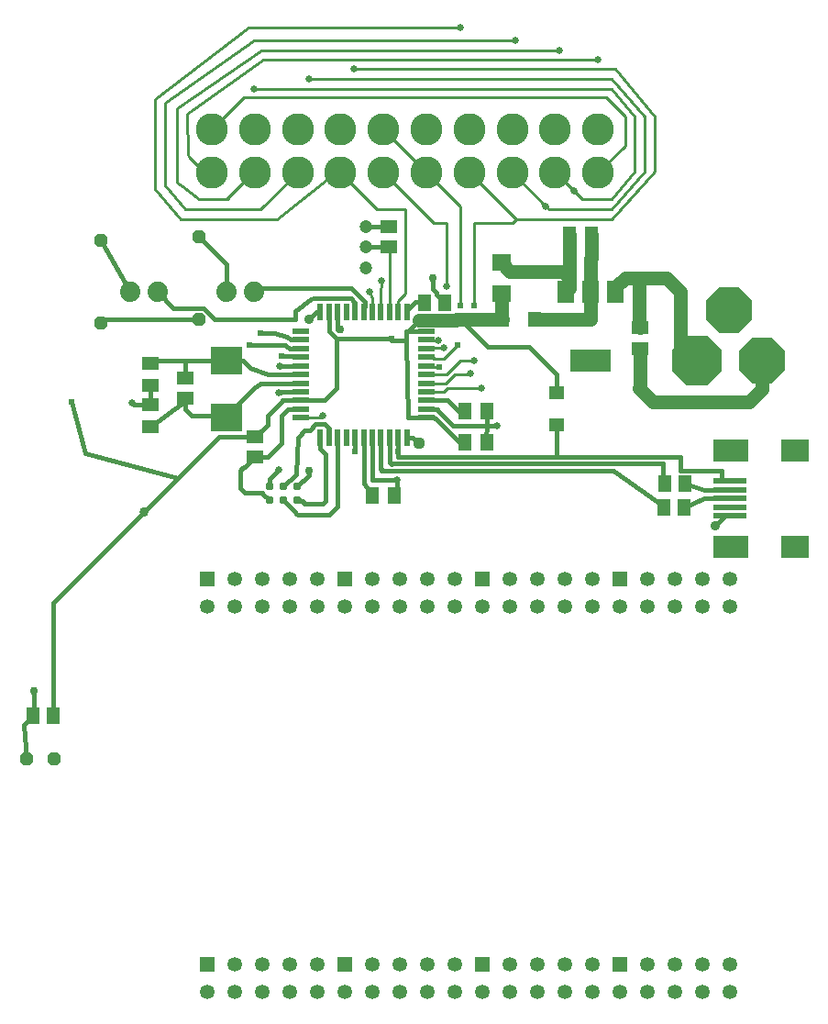
<source format=gbl>
G75*
%MOIN*%
%OFA0B0*%
%FSLAX25Y25*%
%IPPOS*%
%LPD*%
%AMOC8*
5,1,8,0,0,1.08239X$1,22.5*
%
%ADD10C,0.03100*%
%ADD11R,0.09843X0.07874*%
%ADD12R,0.12992X0.07874*%
%ADD13R,0.12205X0.01969*%
%ADD14R,0.05118X0.05906*%
%ADD15R,0.05118X0.06299*%
%ADD16R,0.01969X0.05906*%
%ADD17R,0.05906X0.01969*%
%ADD18R,0.06299X0.05118*%
%ADD19R,0.11811X0.09843*%
%ADD20R,0.05906X0.05118*%
%ADD21R,0.05900X0.07900*%
%ADD22R,0.15000X0.07900*%
%ADD23OC8,0.04800*%
%ADD24C,0.04724*%
%ADD25C,0.11700*%
%ADD26C,0.07400*%
%ADD27R,0.05315X0.05315*%
%ADD28C,0.05315*%
%ADD29OC8,0.18173*%
%ADD30OC8,0.16598*%
%ADD31R,0.07098X0.06299*%
%ADD32R,0.05512X0.04724*%
%ADD33R,0.04724X0.05512*%
%ADD34C,0.01600*%
%ADD35C,0.02578*%
%ADD36C,0.01000*%
%ADD37C,0.03562*%
%ADD38C,0.05000*%
%ADD39C,0.04429*%
%ADD40C,0.02972*%
%ADD41C,0.02400*%
%ADD42C,0.03365*%
D10*
X0150200Y0194584D03*
X0155200Y0194584D03*
X0160200Y0194584D03*
X0160200Y0199584D03*
X0155200Y0199584D03*
X0150200Y0199584D03*
D11*
X0341111Y0212904D03*
X0341111Y0177865D03*
D12*
X0317883Y0177865D03*
X0317883Y0212904D03*
D13*
X0317489Y0201684D03*
X0317489Y0198534D03*
X0317489Y0195384D03*
X0317489Y0192235D03*
X0317489Y0189085D03*
D14*
X0300940Y0192034D03*
X0293460Y0192034D03*
X0293660Y0200584D03*
X0301140Y0200584D03*
X0213840Y0266384D03*
X0206360Y0266384D03*
X0071490Y0116534D03*
X0064010Y0116534D03*
D15*
X0187563Y0196434D03*
X0195437Y0196434D03*
X0221113Y0215784D03*
X0228987Y0215784D03*
X0228987Y0226934D03*
X0221113Y0226934D03*
X0259213Y0282584D03*
X0267087Y0282584D03*
X0267087Y0290934D03*
X0259213Y0290934D03*
D16*
X0200048Y0263219D03*
X0196898Y0263219D03*
X0193749Y0263219D03*
X0190599Y0263219D03*
X0187450Y0263219D03*
X0184300Y0263219D03*
X0181150Y0263219D03*
X0178001Y0263219D03*
X0174851Y0263219D03*
X0171702Y0263219D03*
X0168552Y0263219D03*
X0168552Y0217550D03*
X0171702Y0217550D03*
X0174851Y0217550D03*
X0178001Y0217550D03*
X0181150Y0217550D03*
X0184300Y0217550D03*
X0187450Y0217550D03*
X0190599Y0217550D03*
X0193749Y0217550D03*
X0196898Y0217550D03*
X0200048Y0217550D03*
D17*
X0207135Y0224636D03*
X0207135Y0227786D03*
X0207135Y0230936D03*
X0207135Y0234085D03*
X0207135Y0237235D03*
X0207135Y0240384D03*
X0207135Y0243534D03*
X0207135Y0246684D03*
X0207135Y0249833D03*
X0207135Y0252983D03*
X0207135Y0256132D03*
X0161465Y0256132D03*
X0161465Y0252983D03*
X0161465Y0249833D03*
X0161465Y0246684D03*
X0161465Y0243534D03*
X0161465Y0240384D03*
X0161465Y0237235D03*
X0161465Y0234085D03*
X0161465Y0230936D03*
X0161465Y0227786D03*
X0161465Y0224636D03*
D18*
X0106800Y0221447D03*
X0106800Y0229321D03*
X0106800Y0236447D03*
X0106800Y0244321D03*
X0284900Y0249597D03*
X0284900Y0257471D03*
D19*
X0134300Y0245483D03*
X0134300Y0224892D03*
D20*
X0144900Y0217775D03*
X0144900Y0210294D03*
X0119300Y0231644D03*
X0119300Y0239125D03*
X0193300Y0286594D03*
X0193300Y0294075D03*
D21*
X0257900Y0270284D03*
X0266900Y0270284D03*
X0275900Y0270284D03*
D22*
X0266800Y0245484D03*
D23*
X0061900Y0100784D03*
X0071900Y0100784D03*
X0088850Y0258934D03*
X0088850Y0288934D03*
X0124300Y0290384D03*
X0124300Y0260384D03*
D24*
X0185100Y0279184D03*
X0185100Y0286684D03*
X0185100Y0294184D03*
D25*
X0191500Y0313734D03*
X0175900Y0313734D03*
X0175900Y0329334D03*
X0191500Y0329334D03*
X0207100Y0329334D03*
X0207100Y0313734D03*
X0222700Y0313734D03*
X0222700Y0329334D03*
X0238300Y0329334D03*
X0238300Y0313734D03*
X0253900Y0313734D03*
X0269500Y0313734D03*
X0269500Y0329334D03*
X0253900Y0329334D03*
X0160300Y0329334D03*
X0160300Y0313734D03*
X0144700Y0313734D03*
X0129100Y0313734D03*
X0129100Y0329334D03*
X0144700Y0329334D03*
D26*
X0144300Y0270384D03*
X0134300Y0270384D03*
X0109300Y0270384D03*
X0099300Y0270384D03*
D27*
X0127550Y0165934D03*
X0177550Y0165934D03*
X0227550Y0165934D03*
X0277550Y0165934D03*
X0277550Y0025934D03*
X0227550Y0025934D03*
X0177550Y0025934D03*
X0127550Y0025934D03*
D28*
X0127550Y0015934D03*
X0137550Y0015934D03*
X0137550Y0025934D03*
X0147550Y0025934D03*
X0147550Y0015934D03*
X0157550Y0015934D03*
X0167550Y0015934D03*
X0167550Y0025934D03*
X0157550Y0025934D03*
X0177550Y0015934D03*
X0187550Y0015934D03*
X0187550Y0025934D03*
X0197550Y0025934D03*
X0197550Y0015934D03*
X0207550Y0015934D03*
X0207550Y0025934D03*
X0217550Y0025934D03*
X0217550Y0015934D03*
X0227550Y0015934D03*
X0237550Y0015934D03*
X0247550Y0015934D03*
X0247550Y0025934D03*
X0237550Y0025934D03*
X0257550Y0025934D03*
X0257550Y0015934D03*
X0267550Y0015934D03*
X0277550Y0015934D03*
X0267550Y0025934D03*
X0287550Y0025934D03*
X0287550Y0015934D03*
X0297550Y0015934D03*
X0297550Y0025934D03*
X0307550Y0025934D03*
X0307550Y0015934D03*
X0317550Y0015934D03*
X0317550Y0025934D03*
X0317550Y0155934D03*
X0307550Y0155934D03*
X0297550Y0155934D03*
X0287550Y0155934D03*
X0277550Y0155934D03*
X0267550Y0155934D03*
X0257550Y0155934D03*
X0247550Y0155934D03*
X0237550Y0155934D03*
X0227550Y0155934D03*
X0217550Y0155934D03*
X0207550Y0155934D03*
X0197550Y0155934D03*
X0187550Y0155934D03*
X0177550Y0155934D03*
X0167550Y0155934D03*
X0157550Y0155934D03*
X0147550Y0155934D03*
X0137550Y0155934D03*
X0127550Y0155934D03*
X0137550Y0165934D03*
X0147550Y0165934D03*
X0157550Y0165934D03*
X0167550Y0165934D03*
X0187550Y0165934D03*
X0197550Y0165934D03*
X0207550Y0165934D03*
X0217550Y0165934D03*
X0237550Y0165934D03*
X0247550Y0165934D03*
X0257550Y0165934D03*
X0267550Y0165934D03*
X0287550Y0165934D03*
X0297550Y0165934D03*
X0307550Y0165934D03*
X0317550Y0165934D03*
D29*
X0305363Y0245384D03*
D30*
X0317174Y0263888D03*
X0328985Y0245384D03*
D31*
X0234300Y0269786D03*
X0234300Y0280983D03*
D32*
X0254300Y0233790D03*
X0254300Y0221979D03*
D33*
X0246456Y0260384D03*
X0234644Y0260384D03*
D34*
X0229300Y0250384D02*
X0219300Y0260384D01*
X0218279Y0260384D01*
X0213840Y0266384D02*
X0210703Y0269521D01*
X0210703Y0270076D01*
X0209300Y0271479D01*
X0209300Y0275384D01*
X0206360Y0266384D02*
X0203060Y0266644D01*
X0200048Y0263632D01*
X0200048Y0263219D01*
X0196898Y0263219D02*
X0196800Y0263219D01*
X0193800Y0263219D02*
X0193749Y0263219D01*
X0199950Y0256132D02*
X0207135Y0256132D01*
X0204517Y0259947D02*
X0204513Y0259947D01*
X0199950Y0255384D01*
X0199950Y0256132D01*
X0199950Y0255384D02*
X0199950Y0252884D01*
X0194400Y0252884D01*
X0194400Y0253534D01*
X0174300Y0253534D01*
X0174300Y0235384D01*
X0170144Y0231228D01*
X0169437Y0230936D02*
X0161465Y0230936D01*
X0154950Y0230936D01*
X0154774Y0230760D01*
X0154675Y0230760D01*
X0149300Y0225384D01*
X0149300Y0222175D01*
X0144900Y0217775D01*
X0131690Y0217775D01*
X0116800Y0202884D01*
X0083050Y0211634D01*
X0078050Y0230384D01*
X0100000Y0230234D02*
X0100620Y0229614D01*
X0101327Y0229321D02*
X0106800Y0229321D01*
X0106800Y0236447D01*
X0106800Y0244321D02*
X0107765Y0245483D01*
X0119300Y0245483D01*
X0119300Y0239125D01*
X0119300Y0245483D02*
X0134300Y0245483D01*
X0134300Y0245384D01*
X0140550Y0245384D01*
X0143050Y0242884D01*
X0149300Y0240384D01*
X0161465Y0240384D01*
X0161465Y0237235D02*
X0146800Y0237235D01*
X0144300Y0235384D01*
X0134300Y0225384D01*
X0134300Y0224892D01*
X0134300Y0225384D02*
X0121800Y0225384D01*
X0119300Y0227884D01*
X0119300Y0231644D01*
X0119300Y0230896D01*
X0106800Y0221447D01*
X0101327Y0229321D02*
X0101267Y0229323D01*
X0101206Y0229328D01*
X0101147Y0229337D01*
X0101088Y0229350D01*
X0101029Y0229366D01*
X0100972Y0229386D01*
X0100917Y0229409D01*
X0100862Y0229436D01*
X0100810Y0229465D01*
X0100759Y0229498D01*
X0100710Y0229534D01*
X0100664Y0229572D01*
X0100620Y0229614D01*
X0116800Y0202884D02*
X0104300Y0190384D01*
X0071490Y0157575D01*
X0071490Y0116534D01*
X0064300Y0116825D02*
X0064300Y0125384D01*
X0064300Y0116825D02*
X0064010Y0116534D01*
X0060650Y0113175D01*
X0061900Y0100784D01*
X0146886Y0197484D02*
X0146946Y0197482D01*
X0147007Y0197477D01*
X0147066Y0197468D01*
X0147125Y0197455D01*
X0147184Y0197439D01*
X0147241Y0197419D01*
X0147296Y0197396D01*
X0147351Y0197369D01*
X0147403Y0197340D01*
X0147454Y0197307D01*
X0147503Y0197271D01*
X0147549Y0197233D01*
X0147593Y0197191D01*
X0150200Y0194584D01*
X0146886Y0197484D02*
X0141250Y0197484D01*
X0139593Y0199141D01*
X0139300Y0199849D02*
X0139300Y0205384D01*
X0140267Y0206351D01*
X0140974Y0206644D02*
X0144900Y0210294D01*
X0144990Y0210384D01*
X0149300Y0210384D01*
X0154300Y0215384D01*
X0154300Y0225384D01*
X0156702Y0227786D01*
X0161465Y0227786D01*
X0161465Y0234085D02*
X0154565Y0234085D01*
X0153858Y0233792D02*
X0153700Y0233634D01*
X0153501Y0233833D01*
X0153858Y0233792D02*
X0153902Y0233834D01*
X0153948Y0233872D01*
X0153997Y0233908D01*
X0154048Y0233941D01*
X0154100Y0233970D01*
X0154155Y0233997D01*
X0154210Y0234020D01*
X0154267Y0234040D01*
X0154326Y0234056D01*
X0154385Y0234069D01*
X0154444Y0234078D01*
X0154505Y0234083D01*
X0154565Y0234085D01*
X0153857Y0243241D02*
X0153901Y0243283D01*
X0153947Y0243321D01*
X0153996Y0243357D01*
X0154047Y0243390D01*
X0154099Y0243419D01*
X0154154Y0243446D01*
X0154209Y0243469D01*
X0154266Y0243489D01*
X0154325Y0243505D01*
X0154384Y0243518D01*
X0154443Y0243527D01*
X0154504Y0243532D01*
X0154564Y0243534D01*
X0161465Y0243534D01*
X0161465Y0246684D02*
X0161218Y0246931D01*
X0154300Y0246931D01*
X0153700Y0243458D02*
X0153700Y0243084D01*
X0153857Y0243241D01*
X0157351Y0249833D02*
X0155940Y0251245D01*
X0142660Y0251245D01*
X0146800Y0255384D02*
X0151706Y0255479D01*
X0156610Y0254229D01*
X0157856Y0252983D01*
X0161465Y0252983D01*
X0161465Y0249833D02*
X0157351Y0249833D01*
X0159300Y0260384D02*
X0159300Y0263334D01*
X0165000Y0267684D01*
X0166078Y0267956D01*
X0179724Y0267956D01*
X0180769Y0266911D01*
X0180769Y0266765D01*
X0181200Y0266334D01*
X0181150Y0266285D01*
X0181150Y0263219D01*
X0184300Y0263219D02*
X0184300Y0264603D01*
X0184681Y0264984D01*
X0184681Y0266903D01*
X0179850Y0271734D01*
X0145650Y0271734D01*
X0144300Y0270384D01*
X0134300Y0270384D02*
X0134300Y0280384D01*
X0124300Y0290384D01*
X0109300Y0270384D02*
X0115116Y0264569D01*
X0126033Y0264569D01*
X0130217Y0260384D01*
X0159300Y0260384D01*
X0164300Y0260384D02*
X0167135Y0263219D01*
X0168552Y0263219D01*
X0171702Y0263219D02*
X0171800Y0263219D01*
X0171800Y0256034D01*
X0174300Y0253534D01*
X0175202Y0256287D02*
X0175202Y0256352D01*
X0175655Y0256804D01*
X0175202Y0256287D02*
X0174851Y0256638D01*
X0174851Y0263219D01*
X0185100Y0286684D02*
X0193300Y0286594D01*
X0193300Y0294075D02*
X0185100Y0294184D01*
X0199950Y0252884D02*
X0200625Y0224636D01*
X0207135Y0224636D01*
X0209634Y0224636D01*
X0210341Y0224343D02*
X0219300Y0215384D01*
X0219408Y0215429D02*
X0221113Y0215784D01*
X0219407Y0215429D02*
X0219389Y0215413D01*
X0219369Y0215401D01*
X0219347Y0215391D01*
X0219324Y0215386D01*
X0219300Y0215384D01*
X0216850Y0221884D02*
X0229000Y0221884D01*
X0232950Y0221884D01*
X0229000Y0221884D02*
X0228900Y0217344D01*
X0228901Y0217344D02*
X0228873Y0217259D01*
X0228849Y0217173D01*
X0228829Y0217087D01*
X0228813Y0216999D01*
X0228800Y0216911D01*
X0228792Y0216822D01*
X0228787Y0216733D01*
X0228786Y0216644D01*
X0228789Y0216555D01*
X0228796Y0216467D01*
X0228807Y0216378D01*
X0228821Y0216290D01*
X0228840Y0216203D01*
X0228862Y0216117D01*
X0228888Y0216032D01*
X0228918Y0215948D01*
X0228951Y0215865D01*
X0228988Y0215784D01*
X0229000Y0221884D02*
X0228900Y0226724D01*
X0228902Y0226757D01*
X0228907Y0226790D01*
X0228917Y0226822D01*
X0228929Y0226853D01*
X0228946Y0226882D01*
X0228965Y0226909D01*
X0228987Y0226934D01*
X0221113Y0226934D02*
X0220407Y0226228D01*
X0219700Y0225936D02*
X0214700Y0230936D01*
X0207135Y0230936D01*
X0207135Y0227786D02*
X0210434Y0227786D01*
X0211141Y0227493D02*
X0216850Y0221884D01*
X0219700Y0225936D02*
X0219760Y0225938D01*
X0219821Y0225943D01*
X0219880Y0225952D01*
X0219939Y0225965D01*
X0219998Y0225981D01*
X0220055Y0226001D01*
X0220110Y0226024D01*
X0220165Y0226051D01*
X0220217Y0226080D01*
X0220268Y0226113D01*
X0220317Y0226149D01*
X0220363Y0226187D01*
X0220407Y0226229D01*
X0211141Y0227493D02*
X0211097Y0227535D01*
X0211051Y0227573D01*
X0211002Y0227609D01*
X0210951Y0227642D01*
X0210899Y0227671D01*
X0210844Y0227698D01*
X0210789Y0227721D01*
X0210732Y0227741D01*
X0210673Y0227757D01*
X0210614Y0227770D01*
X0210555Y0227779D01*
X0210494Y0227784D01*
X0210434Y0227786D01*
X0209634Y0224636D02*
X0209694Y0224634D01*
X0209755Y0224629D01*
X0209814Y0224620D01*
X0209873Y0224607D01*
X0209932Y0224591D01*
X0209989Y0224571D01*
X0210044Y0224548D01*
X0210099Y0224521D01*
X0210151Y0224492D01*
X0210202Y0224459D01*
X0210251Y0224423D01*
X0210297Y0224385D01*
X0210341Y0224343D01*
X0202135Y0217550D02*
X0200048Y0217550D01*
X0202135Y0217550D02*
X0204300Y0215384D01*
X0196898Y0217550D02*
X0196898Y0212334D01*
X0196898Y0210569D01*
X0254300Y0210569D01*
X0254300Y0221979D01*
X0254300Y0210569D02*
X0294320Y0210569D01*
X0294505Y0210384D01*
X0299300Y0210384D01*
X0299300Y0205384D01*
X0314300Y0205384D01*
X0314300Y0201684D01*
X0317489Y0201684D01*
X0317489Y0198534D02*
X0308191Y0198534D01*
X0301140Y0200584D01*
X0293250Y0200384D02*
X0293250Y0207984D01*
X0194416Y0207984D01*
X0194300Y0207869D01*
X0193749Y0208420D01*
X0193749Y0217550D01*
X0190599Y0217550D02*
X0190599Y0206284D01*
X0190601Y0206224D01*
X0190606Y0206163D01*
X0190615Y0206104D01*
X0190628Y0206045D01*
X0190644Y0205986D01*
X0190664Y0205929D01*
X0190687Y0205874D01*
X0190714Y0205819D01*
X0190743Y0205767D01*
X0190776Y0205716D01*
X0190812Y0205667D01*
X0190850Y0205621D01*
X0190892Y0205577D01*
X0190936Y0205535D01*
X0190982Y0205497D01*
X0191031Y0205461D01*
X0191082Y0205428D01*
X0191134Y0205399D01*
X0191189Y0205372D01*
X0191244Y0205349D01*
X0191301Y0205329D01*
X0191360Y0205313D01*
X0191419Y0205300D01*
X0191478Y0205291D01*
X0191539Y0205286D01*
X0191599Y0205284D01*
X0275050Y0205284D01*
X0292050Y0193284D01*
X0293460Y0192034D01*
X0300940Y0192034D02*
X0308040Y0195384D01*
X0317489Y0195384D01*
X0319300Y0195384D01*
X0317489Y0189085D02*
X0315901Y0189085D01*
X0312150Y0185334D01*
X0293250Y0200184D02*
X0293250Y0200384D01*
X0254300Y0233790D02*
X0254300Y0240384D01*
X0244300Y0250384D01*
X0229300Y0250384D01*
X0207135Y0237384D02*
X0207135Y0237235D01*
X0187450Y0217550D02*
X0187450Y0210685D01*
X0187450Y0210684D02*
X0187450Y0201984D01*
X0196450Y0201984D01*
X0196300Y0197784D01*
X0195437Y0196434D01*
X0187563Y0196434D02*
X0184300Y0200896D01*
X0184300Y0217550D01*
X0181150Y0217550D02*
X0181150Y0212334D01*
X0181200Y0212334D01*
X0187450Y0210685D02*
X0187450Y0210685D01*
X0187450Y0210684D01*
X0174851Y0217550D02*
X0174851Y0192486D01*
X0171750Y0189384D01*
X0160400Y0189384D01*
X0159951Y0189833D01*
X0159350Y0190434D01*
X0155200Y0194584D01*
X0160200Y0194584D02*
X0161286Y0194584D01*
X0161993Y0194291D02*
X0162850Y0193434D01*
X0169300Y0193434D01*
X0170400Y0194534D01*
X0170400Y0211534D01*
X0168552Y0213382D01*
X0168552Y0217550D01*
X0168551Y0217548D01*
X0168550Y0217545D01*
X0171702Y0217550D02*
X0171702Y0220860D01*
X0170275Y0222287D01*
X0166829Y0222287D01*
X0164671Y0220129D01*
X0162961Y0220129D01*
X0161916Y0219084D01*
X0161916Y0218900D01*
X0160450Y0217434D01*
X0159850Y0204234D01*
X0155200Y0199584D01*
X0150200Y0199584D02*
X0150200Y0202384D01*
X0153400Y0205584D01*
X0160200Y0199584D02*
X0164300Y0203684D01*
X0164300Y0205384D01*
X0161286Y0194584D02*
X0161346Y0194582D01*
X0161407Y0194577D01*
X0161466Y0194568D01*
X0161525Y0194555D01*
X0161584Y0194539D01*
X0161641Y0194519D01*
X0161696Y0194496D01*
X0161751Y0194469D01*
X0161803Y0194440D01*
X0161854Y0194407D01*
X0161903Y0194371D01*
X0161949Y0194333D01*
X0161993Y0194291D01*
X0169300Y0193434D02*
X0169600Y0193434D01*
X0139593Y0199142D02*
X0139551Y0199186D01*
X0139513Y0199232D01*
X0139477Y0199281D01*
X0139444Y0199332D01*
X0139415Y0199384D01*
X0139388Y0199439D01*
X0139365Y0199494D01*
X0139345Y0199551D01*
X0139329Y0199610D01*
X0139316Y0199669D01*
X0139307Y0199728D01*
X0139302Y0199789D01*
X0139300Y0199849D01*
X0140267Y0206351D02*
X0140311Y0206393D01*
X0140357Y0206431D01*
X0140406Y0206467D01*
X0140457Y0206500D01*
X0140509Y0206529D01*
X0140564Y0206556D01*
X0140619Y0206579D01*
X0140676Y0206599D01*
X0140735Y0206615D01*
X0140794Y0206628D01*
X0140853Y0206637D01*
X0140914Y0206642D01*
X0140974Y0206644D01*
X0169437Y0230936D02*
X0169497Y0230938D01*
X0169558Y0230943D01*
X0169617Y0230952D01*
X0169676Y0230965D01*
X0169735Y0230981D01*
X0169792Y0231001D01*
X0169847Y0231024D01*
X0169902Y0231051D01*
X0169954Y0231080D01*
X0170005Y0231113D01*
X0170054Y0231149D01*
X0170100Y0231187D01*
X0170144Y0231229D01*
X0124300Y0260384D02*
X0090300Y0260384D01*
X0088850Y0258934D01*
X0099300Y0270384D02*
X0088850Y0288934D01*
D35*
X0144300Y0344034D03*
X0164300Y0347684D03*
X0180650Y0351334D03*
X0219300Y0366334D03*
X0239300Y0361884D03*
X0255500Y0358234D03*
X0269300Y0354584D03*
X0260950Y0307034D03*
X0250475Y0301559D03*
X0214300Y0272434D03*
X0211336Y0252908D03*
X0213600Y0250134D03*
X0224300Y0245384D03*
X0223050Y0240684D03*
X0227100Y0235284D03*
X0232950Y0221884D03*
X0196450Y0201984D03*
X0169300Y0225384D03*
X0153501Y0233833D03*
X0153700Y0243458D03*
X0186600Y0270384D03*
X0190650Y0274434D03*
X0153400Y0205584D03*
X0100000Y0230234D03*
D36*
X0161465Y0224636D02*
X0168552Y0224636D01*
X0169300Y0225384D01*
X0207135Y0234085D02*
X0213449Y0234085D01*
X0213600Y0233934D01*
X0214916Y0235251D01*
X0215022Y0235251D01*
X0215056Y0235284D01*
X0227100Y0235284D01*
X0222750Y0240384D02*
X0223050Y0240684D01*
X0222750Y0240384D02*
X0217350Y0240384D01*
X0214200Y0237235D01*
X0207135Y0237235D01*
X0207135Y0240384D02*
X0214300Y0240384D01*
X0219300Y0245384D01*
X0224300Y0245384D01*
X0218600Y0251084D02*
X0213600Y0246084D01*
X0209617Y0246084D01*
X0209374Y0246327D01*
X0207135Y0246684D01*
X0209374Y0246327D02*
X0210900Y0246084D01*
X0211830Y0243069D02*
X0207600Y0243069D01*
X0207135Y0243534D01*
X0207135Y0249833D02*
X0207436Y0250134D01*
X0213600Y0250134D01*
X0211336Y0252908D02*
X0210973Y0252908D01*
X0210900Y0252834D01*
X0207283Y0252834D01*
X0207135Y0252983D01*
X0196800Y0263219D02*
X0196800Y0267084D01*
X0199300Y0269584D01*
X0199300Y0300384D01*
X0189250Y0300384D01*
X0175900Y0313734D01*
X0174000Y0313734D01*
X0152950Y0296734D01*
X0117950Y0296734D01*
X0108350Y0307684D01*
X0108350Y0340384D01*
X0142400Y0366334D01*
X0219300Y0366334D01*
X0239300Y0361884D02*
X0144300Y0361884D01*
X0112000Y0339034D01*
X0112000Y0309034D01*
X0119300Y0300384D01*
X0146950Y0300384D01*
X0160300Y0313734D01*
X0144700Y0313734D02*
X0144050Y0313734D01*
X0134350Y0304034D01*
X0124300Y0304034D01*
X0118350Y0308634D01*
X0116450Y0309984D01*
X0116450Y0337134D01*
X0147000Y0358234D01*
X0255500Y0358234D01*
X0269300Y0354584D02*
X0147950Y0354584D01*
X0120250Y0334984D01*
X0120626Y0320419D01*
X0120650Y0319484D01*
X0126400Y0313734D01*
X0129100Y0313734D01*
X0134350Y0304034D02*
X0135000Y0304034D01*
X0129100Y0329334D02*
X0140800Y0341034D01*
X0272300Y0341034D01*
X0279300Y0334034D01*
X0279300Y0323534D01*
X0269500Y0313734D01*
X0260950Y0307034D02*
X0254250Y0313734D01*
X0253900Y0313734D01*
X0260950Y0307034D02*
X0263950Y0304034D01*
X0274300Y0304034D01*
X0282950Y0314034D01*
X0282950Y0334034D01*
X0274300Y0344034D01*
X0144300Y0344034D01*
X0164300Y0347684D02*
X0274300Y0347684D01*
X0286600Y0334034D01*
X0286600Y0314034D01*
X0274300Y0300384D01*
X0251650Y0300384D01*
X0250475Y0301559D01*
X0238300Y0313734D01*
X0222700Y0313734D02*
X0239700Y0296734D01*
X0238350Y0295384D01*
X0224300Y0295384D01*
X0224300Y0265384D01*
X0219300Y0265384D02*
X0219300Y0301534D01*
X0207100Y0313734D01*
X0191500Y0329334D01*
X0191500Y0313734D02*
X0209850Y0295384D01*
X0214300Y0295384D01*
X0214300Y0272434D01*
X0193749Y0263219D02*
X0193749Y0286145D01*
X0193300Y0286594D01*
X0190650Y0274434D02*
X0190599Y0269085D01*
X0190599Y0263219D01*
X0187450Y0263219D02*
X0187450Y0268185D01*
X0186600Y0270384D01*
X0239700Y0296734D02*
X0274300Y0296734D01*
X0290250Y0314034D01*
X0290250Y0334034D01*
X0275650Y0351334D01*
X0180650Y0351334D01*
X0263600Y0304034D02*
X0263950Y0304034D01*
X0293450Y0200584D02*
X0293250Y0200384D01*
X0293450Y0200584D02*
X0293660Y0200584D01*
D37*
X0312150Y0185334D03*
X0164300Y0260384D03*
D38*
X0204517Y0259947D02*
X0217842Y0259947D01*
X0218279Y0260384D01*
X0234644Y0260384D01*
X0234300Y0260729D01*
X0234300Y0269786D01*
X0237398Y0277884D02*
X0253050Y0277884D01*
X0256713Y0277884D01*
X0259213Y0275384D01*
X0259213Y0271597D01*
X0257900Y0270284D01*
X0259213Y0275384D02*
X0259213Y0282584D01*
X0259213Y0290934D01*
X0267087Y0290934D02*
X0267087Y0282584D01*
X0266900Y0282397D01*
X0266900Y0270284D01*
X0266800Y0270184D01*
X0266800Y0260384D01*
X0246456Y0260384D01*
X0237398Y0277884D02*
X0234300Y0280983D01*
X0275900Y0271570D02*
X0275900Y0270284D01*
X0275900Y0271570D02*
X0275902Y0271630D01*
X0275907Y0271691D01*
X0275916Y0271750D01*
X0275929Y0271809D01*
X0275945Y0271868D01*
X0275965Y0271925D01*
X0275988Y0271980D01*
X0276015Y0272035D01*
X0276044Y0272087D01*
X0276077Y0272138D01*
X0276113Y0272187D01*
X0276151Y0272233D01*
X0276193Y0272277D01*
X0279300Y0275384D01*
X0284300Y0275384D01*
X0284300Y0258071D01*
X0284900Y0257471D01*
X0284900Y0249597D02*
X0284900Y0235984D01*
X0284300Y0235384D01*
X0289300Y0230384D01*
X0324300Y0230384D01*
X0328985Y0235069D01*
X0328985Y0245384D01*
X0305363Y0245384D02*
X0300363Y0250384D01*
X0299300Y0250384D01*
X0299300Y0270384D01*
X0294300Y0275384D01*
X0284300Y0275384D01*
D39*
X0253050Y0277884D03*
X0204300Y0215384D03*
D40*
X0164300Y0205384D03*
X0175655Y0256804D03*
X0209300Y0275384D03*
X0064300Y0125384D03*
D41*
X0078050Y0230384D03*
X0142660Y0251245D03*
X0146800Y0255384D03*
X0154300Y0246931D03*
X0181200Y0212334D03*
X0196898Y0212334D03*
X0211830Y0243069D03*
X0218600Y0251084D03*
X0219300Y0265384D03*
X0224300Y0265384D03*
X0194400Y0253534D03*
D42*
X0104300Y0190384D03*
M02*

</source>
